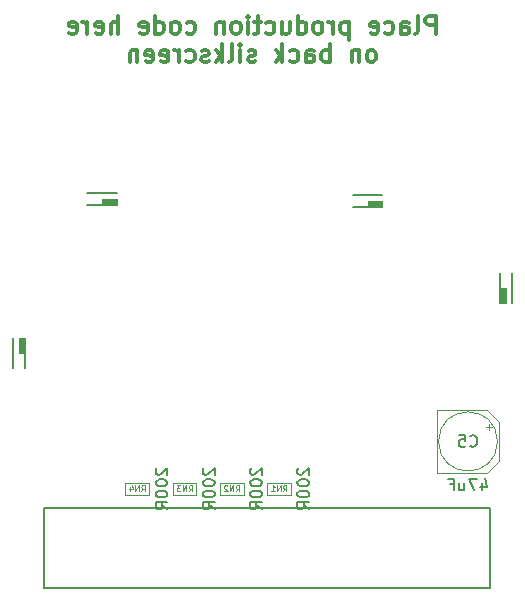
<source format=gbr>
G04 #@! TF.GenerationSoftware,KiCad,Pcbnew,6.0.7-1.fc35*
G04 #@! TF.CreationDate,2022-09-05T19:11:37-05:00*
G04 #@! TF.ProjectId,pmod-adapter,706d6f64-2d61-4646-9170-7465722e6b69,rev?*
G04 #@! TF.SameCoordinates,Original*
G04 #@! TF.FileFunction,AssemblyDrawing,Bot*
%FSLAX46Y46*%
G04 Gerber Fmt 4.6, Leading zero omitted, Abs format (unit mm)*
G04 Created by KiCad (PCBNEW 6.0.7-1.fc35) date 2022-09-05 19:11:37*
%MOMM*%
%LPD*%
G01*
G04 APERTURE LIST*
%ADD10C,0.300000*%
%ADD11C,0.150000*%
%ADD12C,0.075000*%
%ADD13C,0.127000*%
%ADD14C,0.010000*%
%ADD15C,0.100000*%
G04 APERTURE END LIST*
D10*
X136750000Y-52471071D02*
X136750000Y-50971071D01*
X136178571Y-50971071D01*
X136035714Y-51042500D01*
X135964285Y-51113928D01*
X135892857Y-51256785D01*
X135892857Y-51471071D01*
X135964285Y-51613928D01*
X136035714Y-51685357D01*
X136178571Y-51756785D01*
X136750000Y-51756785D01*
X135035714Y-52471071D02*
X135178571Y-52399642D01*
X135250000Y-52256785D01*
X135250000Y-50971071D01*
X133821428Y-52471071D02*
X133821428Y-51685357D01*
X133892857Y-51542500D01*
X134035714Y-51471071D01*
X134321428Y-51471071D01*
X134464285Y-51542500D01*
X133821428Y-52399642D02*
X133964285Y-52471071D01*
X134321428Y-52471071D01*
X134464285Y-52399642D01*
X134535714Y-52256785D01*
X134535714Y-52113928D01*
X134464285Y-51971071D01*
X134321428Y-51899642D01*
X133964285Y-51899642D01*
X133821428Y-51828214D01*
X132464285Y-52399642D02*
X132607142Y-52471071D01*
X132892857Y-52471071D01*
X133035714Y-52399642D01*
X133107142Y-52328214D01*
X133178571Y-52185357D01*
X133178571Y-51756785D01*
X133107142Y-51613928D01*
X133035714Y-51542500D01*
X132892857Y-51471071D01*
X132607142Y-51471071D01*
X132464285Y-51542500D01*
X131250000Y-52399642D02*
X131392857Y-52471071D01*
X131678571Y-52471071D01*
X131821428Y-52399642D01*
X131892857Y-52256785D01*
X131892857Y-51685357D01*
X131821428Y-51542500D01*
X131678571Y-51471071D01*
X131392857Y-51471071D01*
X131250000Y-51542500D01*
X131178571Y-51685357D01*
X131178571Y-51828214D01*
X131892857Y-51971071D01*
X129392857Y-51471071D02*
X129392857Y-52971071D01*
X129392857Y-51542500D02*
X129250000Y-51471071D01*
X128964285Y-51471071D01*
X128821428Y-51542500D01*
X128750000Y-51613928D01*
X128678571Y-51756785D01*
X128678571Y-52185357D01*
X128750000Y-52328214D01*
X128821428Y-52399642D01*
X128964285Y-52471071D01*
X129250000Y-52471071D01*
X129392857Y-52399642D01*
X128035714Y-52471071D02*
X128035714Y-51471071D01*
X128035714Y-51756785D02*
X127964285Y-51613928D01*
X127892857Y-51542500D01*
X127750000Y-51471071D01*
X127607142Y-51471071D01*
X126892857Y-52471071D02*
X127035714Y-52399642D01*
X127107142Y-52328214D01*
X127178571Y-52185357D01*
X127178571Y-51756785D01*
X127107142Y-51613928D01*
X127035714Y-51542500D01*
X126892857Y-51471071D01*
X126678571Y-51471071D01*
X126535714Y-51542500D01*
X126464285Y-51613928D01*
X126392857Y-51756785D01*
X126392857Y-52185357D01*
X126464285Y-52328214D01*
X126535714Y-52399642D01*
X126678571Y-52471071D01*
X126892857Y-52471071D01*
X125107142Y-52471071D02*
X125107142Y-50971071D01*
X125107142Y-52399642D02*
X125250000Y-52471071D01*
X125535714Y-52471071D01*
X125678571Y-52399642D01*
X125750000Y-52328214D01*
X125821428Y-52185357D01*
X125821428Y-51756785D01*
X125750000Y-51613928D01*
X125678571Y-51542500D01*
X125535714Y-51471071D01*
X125250000Y-51471071D01*
X125107142Y-51542500D01*
X123750000Y-51471071D02*
X123750000Y-52471071D01*
X124392857Y-51471071D02*
X124392857Y-52256785D01*
X124321428Y-52399642D01*
X124178571Y-52471071D01*
X123964285Y-52471071D01*
X123821428Y-52399642D01*
X123750000Y-52328214D01*
X122392857Y-52399642D02*
X122535714Y-52471071D01*
X122821428Y-52471071D01*
X122964285Y-52399642D01*
X123035714Y-52328214D01*
X123107142Y-52185357D01*
X123107142Y-51756785D01*
X123035714Y-51613928D01*
X122964285Y-51542500D01*
X122821428Y-51471071D01*
X122535714Y-51471071D01*
X122392857Y-51542500D01*
X121964285Y-51471071D02*
X121392857Y-51471071D01*
X121750000Y-50971071D02*
X121750000Y-52256785D01*
X121678571Y-52399642D01*
X121535714Y-52471071D01*
X121392857Y-52471071D01*
X120892857Y-52471071D02*
X120892857Y-51471071D01*
X120892857Y-50971071D02*
X120964285Y-51042500D01*
X120892857Y-51113928D01*
X120821428Y-51042500D01*
X120892857Y-50971071D01*
X120892857Y-51113928D01*
X119964285Y-52471071D02*
X120107142Y-52399642D01*
X120178571Y-52328214D01*
X120250000Y-52185357D01*
X120250000Y-51756785D01*
X120178571Y-51613928D01*
X120107142Y-51542500D01*
X119964285Y-51471071D01*
X119750000Y-51471071D01*
X119607142Y-51542500D01*
X119535714Y-51613928D01*
X119464285Y-51756785D01*
X119464285Y-52185357D01*
X119535714Y-52328214D01*
X119607142Y-52399642D01*
X119750000Y-52471071D01*
X119964285Y-52471071D01*
X118821428Y-51471071D02*
X118821428Y-52471071D01*
X118821428Y-51613928D02*
X118750000Y-51542500D01*
X118607142Y-51471071D01*
X118392857Y-51471071D01*
X118250000Y-51542500D01*
X118178571Y-51685357D01*
X118178571Y-52471071D01*
X115678571Y-52399642D02*
X115821428Y-52471071D01*
X116107142Y-52471071D01*
X116250000Y-52399642D01*
X116321428Y-52328214D01*
X116392857Y-52185357D01*
X116392857Y-51756785D01*
X116321428Y-51613928D01*
X116250000Y-51542500D01*
X116107142Y-51471071D01*
X115821428Y-51471071D01*
X115678571Y-51542500D01*
X114821428Y-52471071D02*
X114964285Y-52399642D01*
X115035714Y-52328214D01*
X115107142Y-52185357D01*
X115107142Y-51756785D01*
X115035714Y-51613928D01*
X114964285Y-51542500D01*
X114821428Y-51471071D01*
X114607142Y-51471071D01*
X114464285Y-51542500D01*
X114392857Y-51613928D01*
X114321428Y-51756785D01*
X114321428Y-52185357D01*
X114392857Y-52328214D01*
X114464285Y-52399642D01*
X114607142Y-52471071D01*
X114821428Y-52471071D01*
X113035714Y-52471071D02*
X113035714Y-50971071D01*
X113035714Y-52399642D02*
X113178571Y-52471071D01*
X113464285Y-52471071D01*
X113607142Y-52399642D01*
X113678571Y-52328214D01*
X113750000Y-52185357D01*
X113750000Y-51756785D01*
X113678571Y-51613928D01*
X113607142Y-51542500D01*
X113464285Y-51471071D01*
X113178571Y-51471071D01*
X113035714Y-51542500D01*
X111750000Y-52399642D02*
X111892857Y-52471071D01*
X112178571Y-52471071D01*
X112321428Y-52399642D01*
X112392857Y-52256785D01*
X112392857Y-51685357D01*
X112321428Y-51542500D01*
X112178571Y-51471071D01*
X111892857Y-51471071D01*
X111750000Y-51542500D01*
X111678571Y-51685357D01*
X111678571Y-51828214D01*
X112392857Y-51971071D01*
X109892857Y-52471071D02*
X109892857Y-50971071D01*
X109250000Y-52471071D02*
X109250000Y-51685357D01*
X109321428Y-51542500D01*
X109464285Y-51471071D01*
X109678571Y-51471071D01*
X109821428Y-51542500D01*
X109892857Y-51613928D01*
X107964285Y-52399642D02*
X108107142Y-52471071D01*
X108392857Y-52471071D01*
X108535714Y-52399642D01*
X108607142Y-52256785D01*
X108607142Y-51685357D01*
X108535714Y-51542500D01*
X108392857Y-51471071D01*
X108107142Y-51471071D01*
X107964285Y-51542500D01*
X107892857Y-51685357D01*
X107892857Y-51828214D01*
X108607142Y-51971071D01*
X107250000Y-52471071D02*
X107250000Y-51471071D01*
X107250000Y-51756785D02*
X107178571Y-51613928D01*
X107107142Y-51542500D01*
X106964285Y-51471071D01*
X106821428Y-51471071D01*
X105750000Y-52399642D02*
X105892857Y-52471071D01*
X106178571Y-52471071D01*
X106321428Y-52399642D01*
X106392857Y-52256785D01*
X106392857Y-51685357D01*
X106321428Y-51542500D01*
X106178571Y-51471071D01*
X105892857Y-51471071D01*
X105750000Y-51542500D01*
X105678571Y-51685357D01*
X105678571Y-51828214D01*
X106392857Y-51971071D01*
X131428571Y-54886071D02*
X131571428Y-54814642D01*
X131642857Y-54743214D01*
X131714285Y-54600357D01*
X131714285Y-54171785D01*
X131642857Y-54028928D01*
X131571428Y-53957500D01*
X131428571Y-53886071D01*
X131214285Y-53886071D01*
X131071428Y-53957500D01*
X131000000Y-54028928D01*
X130928571Y-54171785D01*
X130928571Y-54600357D01*
X131000000Y-54743214D01*
X131071428Y-54814642D01*
X131214285Y-54886071D01*
X131428571Y-54886071D01*
X130285714Y-53886071D02*
X130285714Y-54886071D01*
X130285714Y-54028928D02*
X130214285Y-53957500D01*
X130071428Y-53886071D01*
X129857142Y-53886071D01*
X129714285Y-53957500D01*
X129642857Y-54100357D01*
X129642857Y-54886071D01*
X127785714Y-54886071D02*
X127785714Y-53386071D01*
X127785714Y-53957500D02*
X127642857Y-53886071D01*
X127357142Y-53886071D01*
X127214285Y-53957500D01*
X127142857Y-54028928D01*
X127071428Y-54171785D01*
X127071428Y-54600357D01*
X127142857Y-54743214D01*
X127214285Y-54814642D01*
X127357142Y-54886071D01*
X127642857Y-54886071D01*
X127785714Y-54814642D01*
X125785714Y-54886071D02*
X125785714Y-54100357D01*
X125857142Y-53957500D01*
X126000000Y-53886071D01*
X126285714Y-53886071D01*
X126428571Y-53957500D01*
X125785714Y-54814642D02*
X125928571Y-54886071D01*
X126285714Y-54886071D01*
X126428571Y-54814642D01*
X126500000Y-54671785D01*
X126500000Y-54528928D01*
X126428571Y-54386071D01*
X126285714Y-54314642D01*
X125928571Y-54314642D01*
X125785714Y-54243214D01*
X124428571Y-54814642D02*
X124571428Y-54886071D01*
X124857142Y-54886071D01*
X125000000Y-54814642D01*
X125071428Y-54743214D01*
X125142857Y-54600357D01*
X125142857Y-54171785D01*
X125071428Y-54028928D01*
X125000000Y-53957500D01*
X124857142Y-53886071D01*
X124571428Y-53886071D01*
X124428571Y-53957500D01*
X123785714Y-54886071D02*
X123785714Y-53386071D01*
X123642857Y-54314642D02*
X123214285Y-54886071D01*
X123214285Y-53886071D02*
X123785714Y-54457500D01*
X121500000Y-54814642D02*
X121357142Y-54886071D01*
X121071428Y-54886071D01*
X120928571Y-54814642D01*
X120857142Y-54671785D01*
X120857142Y-54600357D01*
X120928571Y-54457500D01*
X121071428Y-54386071D01*
X121285714Y-54386071D01*
X121428571Y-54314642D01*
X121500000Y-54171785D01*
X121500000Y-54100357D01*
X121428571Y-53957500D01*
X121285714Y-53886071D01*
X121071428Y-53886071D01*
X120928571Y-53957500D01*
X120214285Y-54886071D02*
X120214285Y-53886071D01*
X120214285Y-53386071D02*
X120285714Y-53457500D01*
X120214285Y-53528928D01*
X120142857Y-53457500D01*
X120214285Y-53386071D01*
X120214285Y-53528928D01*
X119285714Y-54886071D02*
X119428571Y-54814642D01*
X119500000Y-54671785D01*
X119500000Y-53386071D01*
X118714285Y-54886071D02*
X118714285Y-53386071D01*
X118571428Y-54314642D02*
X118142857Y-54886071D01*
X118142857Y-53886071D02*
X118714285Y-54457500D01*
X117571428Y-54814642D02*
X117428571Y-54886071D01*
X117142857Y-54886071D01*
X117000000Y-54814642D01*
X116928571Y-54671785D01*
X116928571Y-54600357D01*
X117000000Y-54457500D01*
X117142857Y-54386071D01*
X117357142Y-54386071D01*
X117500000Y-54314642D01*
X117571428Y-54171785D01*
X117571428Y-54100357D01*
X117500000Y-53957500D01*
X117357142Y-53886071D01*
X117142857Y-53886071D01*
X117000000Y-53957500D01*
X115642857Y-54814642D02*
X115785714Y-54886071D01*
X116071428Y-54886071D01*
X116214285Y-54814642D01*
X116285714Y-54743214D01*
X116357142Y-54600357D01*
X116357142Y-54171785D01*
X116285714Y-54028928D01*
X116214285Y-53957500D01*
X116071428Y-53886071D01*
X115785714Y-53886071D01*
X115642857Y-53957500D01*
X115000000Y-54886071D02*
X115000000Y-53886071D01*
X115000000Y-54171785D02*
X114928571Y-54028928D01*
X114857142Y-53957500D01*
X114714285Y-53886071D01*
X114571428Y-53886071D01*
X113500000Y-54814642D02*
X113642857Y-54886071D01*
X113928571Y-54886071D01*
X114071428Y-54814642D01*
X114142857Y-54671785D01*
X114142857Y-54100357D01*
X114071428Y-53957500D01*
X113928571Y-53886071D01*
X113642857Y-53886071D01*
X113500000Y-53957500D01*
X113428571Y-54100357D01*
X113428571Y-54243214D01*
X114142857Y-54386071D01*
X112214285Y-54814642D02*
X112357142Y-54886071D01*
X112642857Y-54886071D01*
X112785714Y-54814642D01*
X112857142Y-54671785D01*
X112857142Y-54100357D01*
X112785714Y-53957500D01*
X112642857Y-53886071D01*
X112357142Y-53886071D01*
X112214285Y-53957500D01*
X112142857Y-54100357D01*
X112142857Y-54243214D01*
X112857142Y-54386071D01*
X111500000Y-53886071D02*
X111500000Y-54886071D01*
X111500000Y-54028928D02*
X111428571Y-53957500D01*
X111285714Y-53886071D01*
X111071428Y-53886071D01*
X110928571Y-53957500D01*
X110857142Y-54100357D01*
X110857142Y-54886071D01*
D11*
G04 #@! TO.C,RN3*
X117147619Y-89261904D02*
X117100000Y-89309523D01*
X117052380Y-89404761D01*
X117052380Y-89642857D01*
X117100000Y-89738095D01*
X117147619Y-89785714D01*
X117242857Y-89833333D01*
X117338095Y-89833333D01*
X117480952Y-89785714D01*
X118052380Y-89214285D01*
X118052380Y-89833333D01*
X117052380Y-90452380D02*
X117052380Y-90547619D01*
X117100000Y-90642857D01*
X117147619Y-90690476D01*
X117242857Y-90738095D01*
X117433333Y-90785714D01*
X117671428Y-90785714D01*
X117861904Y-90738095D01*
X117957142Y-90690476D01*
X118004761Y-90642857D01*
X118052380Y-90547619D01*
X118052380Y-90452380D01*
X118004761Y-90357142D01*
X117957142Y-90309523D01*
X117861904Y-90261904D01*
X117671428Y-90214285D01*
X117433333Y-90214285D01*
X117242857Y-90261904D01*
X117147619Y-90309523D01*
X117100000Y-90357142D01*
X117052380Y-90452380D01*
X117052380Y-91404761D02*
X117052380Y-91500000D01*
X117100000Y-91595238D01*
X117147619Y-91642857D01*
X117242857Y-91690476D01*
X117433333Y-91738095D01*
X117671428Y-91738095D01*
X117861904Y-91690476D01*
X117957142Y-91642857D01*
X118004761Y-91595238D01*
X118052380Y-91500000D01*
X118052380Y-91404761D01*
X118004761Y-91309523D01*
X117957142Y-91261904D01*
X117861904Y-91214285D01*
X117671428Y-91166666D01*
X117433333Y-91166666D01*
X117242857Y-91214285D01*
X117147619Y-91261904D01*
X117100000Y-91309523D01*
X117052380Y-91404761D01*
X118052380Y-92738095D02*
X117576190Y-92404761D01*
X118052380Y-92166666D02*
X117052380Y-92166666D01*
X117052380Y-92547619D01*
X117100000Y-92642857D01*
X117147619Y-92690476D01*
X117242857Y-92738095D01*
X117385714Y-92738095D01*
X117480952Y-92690476D01*
X117528571Y-92642857D01*
X117576190Y-92547619D01*
X117576190Y-92166666D01*
D12*
X115845238Y-91226190D02*
X116011904Y-90988095D01*
X116130952Y-91226190D02*
X116130952Y-90726190D01*
X115940476Y-90726190D01*
X115892857Y-90750000D01*
X115869047Y-90773809D01*
X115845238Y-90821428D01*
X115845238Y-90892857D01*
X115869047Y-90940476D01*
X115892857Y-90964285D01*
X115940476Y-90988095D01*
X116130952Y-90988095D01*
X115630952Y-91226190D02*
X115630952Y-90726190D01*
X115345238Y-91226190D01*
X115345238Y-90726190D01*
X115154761Y-90726190D02*
X114845238Y-90726190D01*
X115011904Y-90916666D01*
X114940476Y-90916666D01*
X114892857Y-90940476D01*
X114869047Y-90964285D01*
X114845238Y-91011904D01*
X114845238Y-91130952D01*
X114869047Y-91178571D01*
X114892857Y-91202380D01*
X114940476Y-91226190D01*
X115083333Y-91226190D01*
X115130952Y-91202380D01*
X115154761Y-91178571D01*
D11*
G04 #@! TO.C,RN4*
X113147619Y-89261904D02*
X113100000Y-89309523D01*
X113052380Y-89404761D01*
X113052380Y-89642857D01*
X113100000Y-89738095D01*
X113147619Y-89785714D01*
X113242857Y-89833333D01*
X113338095Y-89833333D01*
X113480952Y-89785714D01*
X114052380Y-89214285D01*
X114052380Y-89833333D01*
X113052380Y-90452380D02*
X113052380Y-90547619D01*
X113100000Y-90642857D01*
X113147619Y-90690476D01*
X113242857Y-90738095D01*
X113433333Y-90785714D01*
X113671428Y-90785714D01*
X113861904Y-90738095D01*
X113957142Y-90690476D01*
X114004761Y-90642857D01*
X114052380Y-90547619D01*
X114052380Y-90452380D01*
X114004761Y-90357142D01*
X113957142Y-90309523D01*
X113861904Y-90261904D01*
X113671428Y-90214285D01*
X113433333Y-90214285D01*
X113242857Y-90261904D01*
X113147619Y-90309523D01*
X113100000Y-90357142D01*
X113052380Y-90452380D01*
X113052380Y-91404761D02*
X113052380Y-91500000D01*
X113100000Y-91595238D01*
X113147619Y-91642857D01*
X113242857Y-91690476D01*
X113433333Y-91738095D01*
X113671428Y-91738095D01*
X113861904Y-91690476D01*
X113957142Y-91642857D01*
X114004761Y-91595238D01*
X114052380Y-91500000D01*
X114052380Y-91404761D01*
X114004761Y-91309523D01*
X113957142Y-91261904D01*
X113861904Y-91214285D01*
X113671428Y-91166666D01*
X113433333Y-91166666D01*
X113242857Y-91214285D01*
X113147619Y-91261904D01*
X113100000Y-91309523D01*
X113052380Y-91404761D01*
X114052380Y-92738095D02*
X113576190Y-92404761D01*
X114052380Y-92166666D02*
X113052380Y-92166666D01*
X113052380Y-92547619D01*
X113100000Y-92642857D01*
X113147619Y-92690476D01*
X113242857Y-92738095D01*
X113385714Y-92738095D01*
X113480952Y-92690476D01*
X113528571Y-92642857D01*
X113576190Y-92547619D01*
X113576190Y-92166666D01*
D12*
X111845238Y-91226190D02*
X112011904Y-90988095D01*
X112130952Y-91226190D02*
X112130952Y-90726190D01*
X111940476Y-90726190D01*
X111892857Y-90750000D01*
X111869047Y-90773809D01*
X111845238Y-90821428D01*
X111845238Y-90892857D01*
X111869047Y-90940476D01*
X111892857Y-90964285D01*
X111940476Y-90988095D01*
X112130952Y-90988095D01*
X111630952Y-91226190D02*
X111630952Y-90726190D01*
X111345238Y-91226190D01*
X111345238Y-90726190D01*
X110892857Y-90892857D02*
X110892857Y-91226190D01*
X111011904Y-90702380D02*
X111130952Y-91059523D01*
X110821428Y-91059523D01*
D11*
G04 #@! TO.C,C5*
X140666666Y-90485714D02*
X140666666Y-91152380D01*
X140904761Y-90104761D02*
X141142857Y-90819047D01*
X140523809Y-90819047D01*
X140238095Y-90152380D02*
X139571428Y-90152380D01*
X140000000Y-91152380D01*
X138761904Y-90485714D02*
X138761904Y-91152380D01*
X139190476Y-90485714D02*
X139190476Y-91009523D01*
X139142857Y-91104761D01*
X139047619Y-91152380D01*
X138904761Y-91152380D01*
X138809523Y-91104761D01*
X138761904Y-91057142D01*
X137952380Y-90628571D02*
X138285714Y-90628571D01*
X138285714Y-91152380D02*
X138285714Y-90152380D01*
X137809523Y-90152380D01*
X139666666Y-87357142D02*
X139714285Y-87404761D01*
X139857142Y-87452380D01*
X139952380Y-87452380D01*
X140095238Y-87404761D01*
X140190476Y-87309523D01*
X140238095Y-87214285D01*
X140285714Y-87023809D01*
X140285714Y-86880952D01*
X140238095Y-86690476D01*
X140190476Y-86595238D01*
X140095238Y-86500000D01*
X139952380Y-86452380D01*
X139857142Y-86452380D01*
X139714285Y-86500000D01*
X139666666Y-86547619D01*
X138761904Y-86452380D02*
X139238095Y-86452380D01*
X139285714Y-86928571D01*
X139238095Y-86880952D01*
X139142857Y-86833333D01*
X138904761Y-86833333D01*
X138809523Y-86880952D01*
X138761904Y-86928571D01*
X138714285Y-87023809D01*
X138714285Y-87261904D01*
X138761904Y-87357142D01*
X138809523Y-87404761D01*
X138904761Y-87452380D01*
X139142857Y-87452380D01*
X139238095Y-87404761D01*
X139285714Y-87357142D01*
G04 #@! TO.C,RN1*
X125147619Y-89261904D02*
X125100000Y-89309523D01*
X125052380Y-89404761D01*
X125052380Y-89642857D01*
X125100000Y-89738095D01*
X125147619Y-89785714D01*
X125242857Y-89833333D01*
X125338095Y-89833333D01*
X125480952Y-89785714D01*
X126052380Y-89214285D01*
X126052380Y-89833333D01*
X125052380Y-90452380D02*
X125052380Y-90547619D01*
X125100000Y-90642857D01*
X125147619Y-90690476D01*
X125242857Y-90738095D01*
X125433333Y-90785714D01*
X125671428Y-90785714D01*
X125861904Y-90738095D01*
X125957142Y-90690476D01*
X126004761Y-90642857D01*
X126052380Y-90547619D01*
X126052380Y-90452380D01*
X126004761Y-90357142D01*
X125957142Y-90309523D01*
X125861904Y-90261904D01*
X125671428Y-90214285D01*
X125433333Y-90214285D01*
X125242857Y-90261904D01*
X125147619Y-90309523D01*
X125100000Y-90357142D01*
X125052380Y-90452380D01*
X125052380Y-91404761D02*
X125052380Y-91500000D01*
X125100000Y-91595238D01*
X125147619Y-91642857D01*
X125242857Y-91690476D01*
X125433333Y-91738095D01*
X125671428Y-91738095D01*
X125861904Y-91690476D01*
X125957142Y-91642857D01*
X126004761Y-91595238D01*
X126052380Y-91500000D01*
X126052380Y-91404761D01*
X126004761Y-91309523D01*
X125957142Y-91261904D01*
X125861904Y-91214285D01*
X125671428Y-91166666D01*
X125433333Y-91166666D01*
X125242857Y-91214285D01*
X125147619Y-91261904D01*
X125100000Y-91309523D01*
X125052380Y-91404761D01*
X126052380Y-92738095D02*
X125576190Y-92404761D01*
X126052380Y-92166666D02*
X125052380Y-92166666D01*
X125052380Y-92547619D01*
X125100000Y-92642857D01*
X125147619Y-92690476D01*
X125242857Y-92738095D01*
X125385714Y-92738095D01*
X125480952Y-92690476D01*
X125528571Y-92642857D01*
X125576190Y-92547619D01*
X125576190Y-92166666D01*
D12*
X123845238Y-91226190D02*
X124011904Y-90988095D01*
X124130952Y-91226190D02*
X124130952Y-90726190D01*
X123940476Y-90726190D01*
X123892857Y-90750000D01*
X123869047Y-90773809D01*
X123845238Y-90821428D01*
X123845238Y-90892857D01*
X123869047Y-90940476D01*
X123892857Y-90964285D01*
X123940476Y-90988095D01*
X124130952Y-90988095D01*
X123630952Y-91226190D02*
X123630952Y-90726190D01*
X123345238Y-91226190D01*
X123345238Y-90726190D01*
X122845238Y-91226190D02*
X123130952Y-91226190D01*
X122988095Y-91226190D02*
X122988095Y-90726190D01*
X123035714Y-90797619D01*
X123083333Y-90845238D01*
X123130952Y-90869047D01*
D11*
G04 #@! TO.C,RN2*
X121147619Y-89261904D02*
X121100000Y-89309523D01*
X121052380Y-89404761D01*
X121052380Y-89642857D01*
X121100000Y-89738095D01*
X121147619Y-89785714D01*
X121242857Y-89833333D01*
X121338095Y-89833333D01*
X121480952Y-89785714D01*
X122052380Y-89214285D01*
X122052380Y-89833333D01*
X121052380Y-90452380D02*
X121052380Y-90547619D01*
X121100000Y-90642857D01*
X121147619Y-90690476D01*
X121242857Y-90738095D01*
X121433333Y-90785714D01*
X121671428Y-90785714D01*
X121861904Y-90738095D01*
X121957142Y-90690476D01*
X122004761Y-90642857D01*
X122052380Y-90547619D01*
X122052380Y-90452380D01*
X122004761Y-90357142D01*
X121957142Y-90309523D01*
X121861904Y-90261904D01*
X121671428Y-90214285D01*
X121433333Y-90214285D01*
X121242857Y-90261904D01*
X121147619Y-90309523D01*
X121100000Y-90357142D01*
X121052380Y-90452380D01*
X121052380Y-91404761D02*
X121052380Y-91500000D01*
X121100000Y-91595238D01*
X121147619Y-91642857D01*
X121242857Y-91690476D01*
X121433333Y-91738095D01*
X121671428Y-91738095D01*
X121861904Y-91690476D01*
X121957142Y-91642857D01*
X122004761Y-91595238D01*
X122052380Y-91500000D01*
X122052380Y-91404761D01*
X122004761Y-91309523D01*
X121957142Y-91261904D01*
X121861904Y-91214285D01*
X121671428Y-91166666D01*
X121433333Y-91166666D01*
X121242857Y-91214285D01*
X121147619Y-91261904D01*
X121100000Y-91309523D01*
X121052380Y-91404761D01*
X122052380Y-92738095D02*
X121576190Y-92404761D01*
X122052380Y-92166666D02*
X121052380Y-92166666D01*
X121052380Y-92547619D01*
X121100000Y-92642857D01*
X121147619Y-92690476D01*
X121242857Y-92738095D01*
X121385714Y-92738095D01*
X121480952Y-92690476D01*
X121528571Y-92642857D01*
X121576190Y-92547619D01*
X121576190Y-92166666D01*
D12*
X119845238Y-91226190D02*
X120011904Y-90988095D01*
X120130952Y-91226190D02*
X120130952Y-90726190D01*
X119940476Y-90726190D01*
X119892857Y-90750000D01*
X119869047Y-90773809D01*
X119845238Y-90821428D01*
X119845238Y-90892857D01*
X119869047Y-90940476D01*
X119892857Y-90964285D01*
X119940476Y-90988095D01*
X120130952Y-90988095D01*
X119630952Y-91226190D02*
X119630952Y-90726190D01*
X119345238Y-91226190D01*
X119345238Y-90726190D01*
X119130952Y-90773809D02*
X119107142Y-90750000D01*
X119059523Y-90726190D01*
X118940476Y-90726190D01*
X118892857Y-90750000D01*
X118869047Y-90773809D01*
X118845238Y-90821428D01*
X118845238Y-90869047D01*
X118869047Y-90940476D01*
X119154761Y-91226190D01*
X118845238Y-91226190D01*
D13*
G04 #@! TO.C,D3*
X129750000Y-67112500D02*
X132250000Y-67112500D01*
X132250000Y-66112500D02*
X129750000Y-66112500D01*
G36*
X132250000Y-67112500D02*
G01*
X131000000Y-67112500D01*
X131000000Y-66612500D01*
X132250000Y-66612500D01*
X132250000Y-67112500D01*
G37*
D14*
X132250000Y-67112500D02*
X131000000Y-67112500D01*
X131000000Y-66612500D01*
X132250000Y-66612500D01*
X132250000Y-67112500D01*
D15*
G04 #@! TO.C,RN3*
X116500000Y-91500000D02*
X116500000Y-90500000D01*
X114500000Y-91500000D02*
X116500000Y-91500000D01*
X114500000Y-90500000D02*
X114500000Y-91500000D01*
X116500000Y-90500000D02*
X114500000Y-90500000D01*
D13*
G04 #@! TO.C,D7*
X101000000Y-78250000D02*
X101000000Y-80750000D01*
X102000000Y-80750000D02*
X102000000Y-78250000D01*
G36*
X102000000Y-79500000D02*
G01*
X101500000Y-79500000D01*
X101500000Y-78250000D01*
X102000000Y-78250000D01*
X102000000Y-79500000D01*
G37*
D14*
X102000000Y-79500000D02*
X101500000Y-79500000D01*
X101500000Y-78250000D01*
X102000000Y-78250000D01*
X102000000Y-79500000D01*
D15*
G04 #@! TO.C,RN4*
X110500000Y-90500000D02*
X110500000Y-91500000D01*
X112500000Y-90500000D02*
X110500000Y-90500000D01*
X110500000Y-91500000D02*
X112500000Y-91500000D01*
X112500000Y-91500000D02*
X112500000Y-90500000D01*
D13*
G04 #@! TO.C,D1*
X143243751Y-75250000D02*
X143243751Y-72750000D01*
X142243751Y-72750000D02*
X142243751Y-75250000D01*
G36*
X142743751Y-75250000D02*
G01*
X142243751Y-75250000D01*
X142243751Y-74000000D01*
X142743751Y-74000000D01*
X142743751Y-75250000D01*
G37*
D14*
X142743751Y-75250000D02*
X142243751Y-75250000D01*
X142243751Y-74000000D01*
X142743751Y-74000000D01*
X142743751Y-75250000D01*
D13*
G04 #@! TO.C,J5*
X141400000Y-92600000D02*
X103600000Y-92600000D01*
X103600000Y-92600000D02*
X103600000Y-99400000D01*
X141400000Y-99400000D02*
X141400000Y-92600000D01*
X103600000Y-99400000D02*
X141400000Y-99400000D01*
G04 #@! TO.C,D5*
X109750000Y-66000000D02*
X107250000Y-66000000D01*
X107250000Y-67000000D02*
X109750000Y-67000000D01*
G36*
X109750000Y-67000000D02*
G01*
X108500000Y-67000000D01*
X108500000Y-66500000D01*
X109750000Y-66500000D01*
X109750000Y-67000000D01*
G37*
D14*
X109750000Y-67000000D02*
X108500000Y-67000000D01*
X108500000Y-66500000D01*
X109750000Y-66500000D01*
X109750000Y-67000000D01*
D15*
G04 #@! TO.C,C5*
X141150000Y-84350000D02*
X136850000Y-84350000D01*
X141150000Y-89650000D02*
X136850000Y-89650000D01*
X141283956Y-85550000D02*
X141283956Y-86050000D01*
X136850000Y-84350000D02*
X136850000Y-89650000D01*
X142150000Y-85350000D02*
X141150000Y-84350000D01*
X142150000Y-85350000D02*
X142150000Y-88650000D01*
X142150000Y-88650000D02*
X141150000Y-89650000D01*
X141533956Y-85800000D02*
X141033956Y-85800000D01*
X142000000Y-87000000D02*
G75*
G03*
X142000000Y-87000000I-2500000J0D01*
G01*
G04 #@! TO.C,RN1*
X122500000Y-90500000D02*
X122500000Y-91500000D01*
X124500000Y-90500000D02*
X122500000Y-90500000D01*
X122500000Y-91500000D02*
X124500000Y-91500000D01*
X124500000Y-91500000D02*
X124500000Y-90500000D01*
G04 #@! TO.C,RN2*
X118500000Y-91500000D02*
X120500000Y-91500000D01*
X118500000Y-90500000D02*
X118500000Y-91500000D01*
X120500000Y-91500000D02*
X120500000Y-90500000D01*
X120500000Y-90500000D02*
X118500000Y-90500000D01*
G04 #@! TD*
M02*

</source>
